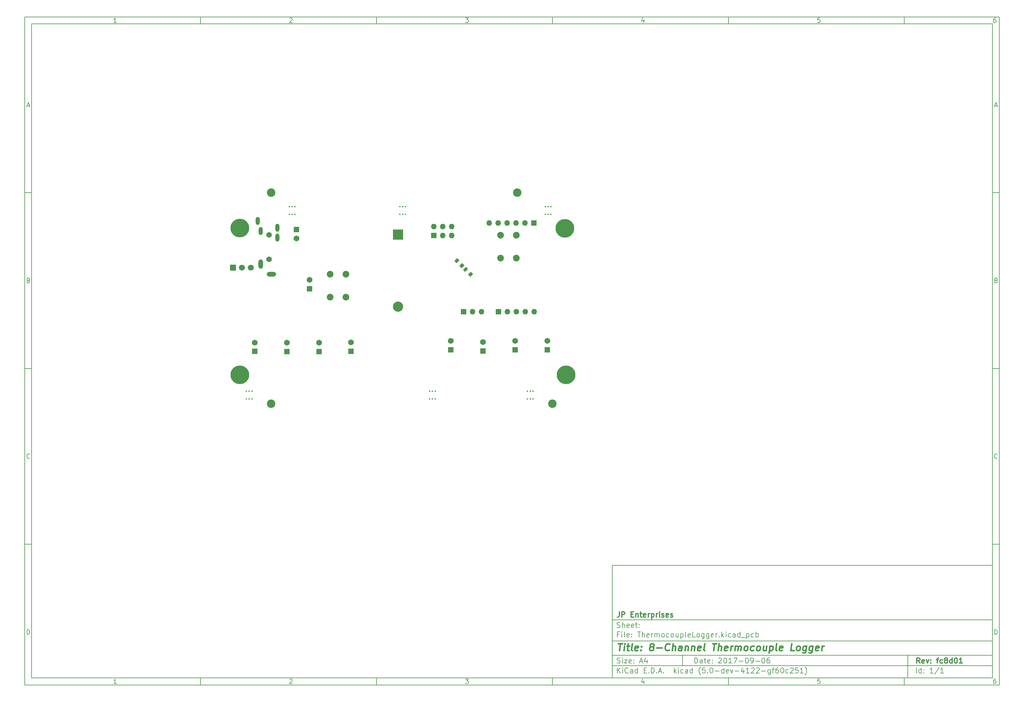
<source format=gbs>
%TF.GenerationSoftware,KiCad,Pcbnew,(5.0-dev-4122-gf60c251)*%
%TF.CreationDate,2018-08-13T09:47:59+01:00*%
%TF.ProjectId,ThermocoupleLogger,546865726D6F636F75706C654C6F6767,fc8d01*%
%TF.SameCoordinates,Original*%
%TF.FileFunction,Soldermask,Bot*%
%TF.FilePolarity,Negative*%
%FSLAX46Y46*%
G04 Gerber Fmt 4.6, Leading zero omitted, Abs format (unit mm)*
G04 Created by KiCad (PCBNEW (5.0-dev-4122-gf60c251)) date Monday, 13 August 2018 at 09:47:59*
%MOMM*%
%LPD*%
G01*
G04 APERTURE LIST*
%ADD10C,0.100000*%
%ADD11C,0.150000*%
%ADD12C,0.300000*%
%ADD13C,0.400000*%
%ADD14C,1.598400*%
%ADD15O,2.698400X1.298400*%
%ADD16O,1.298400X2.698400*%
%ADD17O,1.106400X2.314400*%
%ADD18C,1.898400*%
%ADD19C,0.698400*%
%ADD20C,5.298400*%
%ADD21R,1.648400X1.648400*%
%ADD22C,1.648400*%
%ADD23C,1.698400*%
%ADD24R,1.698400X1.698400*%
%ADD25C,0.398400*%
%ADD26C,2.398400*%
%ADD27O,1.598400X1.598400*%
%ADD28R,1.598400X1.598400*%
%ADD29R,2.898400X2.898400*%
%ADD30C,2.898400*%
%ADD31C,0.898400*%
G04 APERTURE END LIST*
D10*
D11*
X177002200Y-166007200D02*
X177002200Y-198007200D01*
X285002200Y-198007200D01*
X285002200Y-166007200D01*
X177002200Y-166007200D01*
D10*
D11*
X10000000Y-10000000D02*
X10000000Y-200007200D01*
X287002200Y-200007200D01*
X287002200Y-10000000D01*
X10000000Y-10000000D01*
D10*
D11*
X12000000Y-12000000D02*
X12000000Y-198007200D01*
X285002200Y-198007200D01*
X285002200Y-12000000D01*
X12000000Y-12000000D01*
D10*
D11*
X60000000Y-12000000D02*
X60000000Y-10000000D01*
D10*
D11*
X110000000Y-12000000D02*
X110000000Y-10000000D01*
D10*
D11*
X160000000Y-12000000D02*
X160000000Y-10000000D01*
D10*
D11*
X210000000Y-12000000D02*
X210000000Y-10000000D01*
D10*
D11*
X260000000Y-12000000D02*
X260000000Y-10000000D01*
D10*
D11*
X36065476Y-11588095D02*
X35322619Y-11588095D01*
X35694047Y-11588095D02*
X35694047Y-10288095D01*
X35570238Y-10473809D01*
X35446428Y-10597619D01*
X35322619Y-10659523D01*
D10*
D11*
X85322619Y-10411904D02*
X85384523Y-10350000D01*
X85508333Y-10288095D01*
X85817857Y-10288095D01*
X85941666Y-10350000D01*
X86003571Y-10411904D01*
X86065476Y-10535714D01*
X86065476Y-10659523D01*
X86003571Y-10845238D01*
X85260714Y-11588095D01*
X86065476Y-11588095D01*
D10*
D11*
X135260714Y-10288095D02*
X136065476Y-10288095D01*
X135632142Y-10783333D01*
X135817857Y-10783333D01*
X135941666Y-10845238D01*
X136003571Y-10907142D01*
X136065476Y-11030952D01*
X136065476Y-11340476D01*
X136003571Y-11464285D01*
X135941666Y-11526190D01*
X135817857Y-11588095D01*
X135446428Y-11588095D01*
X135322619Y-11526190D01*
X135260714Y-11464285D01*
D10*
D11*
X185941666Y-10721428D02*
X185941666Y-11588095D01*
X185632142Y-10226190D02*
X185322619Y-11154761D01*
X186127380Y-11154761D01*
D10*
D11*
X236003571Y-10288095D02*
X235384523Y-10288095D01*
X235322619Y-10907142D01*
X235384523Y-10845238D01*
X235508333Y-10783333D01*
X235817857Y-10783333D01*
X235941666Y-10845238D01*
X236003571Y-10907142D01*
X236065476Y-11030952D01*
X236065476Y-11340476D01*
X236003571Y-11464285D01*
X235941666Y-11526190D01*
X235817857Y-11588095D01*
X235508333Y-11588095D01*
X235384523Y-11526190D01*
X235322619Y-11464285D01*
D10*
D11*
X285941666Y-10288095D02*
X285694047Y-10288095D01*
X285570238Y-10350000D01*
X285508333Y-10411904D01*
X285384523Y-10597619D01*
X285322619Y-10845238D01*
X285322619Y-11340476D01*
X285384523Y-11464285D01*
X285446428Y-11526190D01*
X285570238Y-11588095D01*
X285817857Y-11588095D01*
X285941666Y-11526190D01*
X286003571Y-11464285D01*
X286065476Y-11340476D01*
X286065476Y-11030952D01*
X286003571Y-10907142D01*
X285941666Y-10845238D01*
X285817857Y-10783333D01*
X285570238Y-10783333D01*
X285446428Y-10845238D01*
X285384523Y-10907142D01*
X285322619Y-11030952D01*
D10*
D11*
X60000000Y-198007200D02*
X60000000Y-200007200D01*
D10*
D11*
X110000000Y-198007200D02*
X110000000Y-200007200D01*
D10*
D11*
X160000000Y-198007200D02*
X160000000Y-200007200D01*
D10*
D11*
X210000000Y-198007200D02*
X210000000Y-200007200D01*
D10*
D11*
X260000000Y-198007200D02*
X260000000Y-200007200D01*
D10*
D11*
X36065476Y-199595295D02*
X35322619Y-199595295D01*
X35694047Y-199595295D02*
X35694047Y-198295295D01*
X35570238Y-198481009D01*
X35446428Y-198604819D01*
X35322619Y-198666723D01*
D10*
D11*
X85322619Y-198419104D02*
X85384523Y-198357200D01*
X85508333Y-198295295D01*
X85817857Y-198295295D01*
X85941666Y-198357200D01*
X86003571Y-198419104D01*
X86065476Y-198542914D01*
X86065476Y-198666723D01*
X86003571Y-198852438D01*
X85260714Y-199595295D01*
X86065476Y-199595295D01*
D10*
D11*
X135260714Y-198295295D02*
X136065476Y-198295295D01*
X135632142Y-198790533D01*
X135817857Y-198790533D01*
X135941666Y-198852438D01*
X136003571Y-198914342D01*
X136065476Y-199038152D01*
X136065476Y-199347676D01*
X136003571Y-199471485D01*
X135941666Y-199533390D01*
X135817857Y-199595295D01*
X135446428Y-199595295D01*
X135322619Y-199533390D01*
X135260714Y-199471485D01*
D10*
D11*
X185941666Y-198728628D02*
X185941666Y-199595295D01*
X185632142Y-198233390D02*
X185322619Y-199161961D01*
X186127380Y-199161961D01*
D10*
D11*
X236003571Y-198295295D02*
X235384523Y-198295295D01*
X235322619Y-198914342D01*
X235384523Y-198852438D01*
X235508333Y-198790533D01*
X235817857Y-198790533D01*
X235941666Y-198852438D01*
X236003571Y-198914342D01*
X236065476Y-199038152D01*
X236065476Y-199347676D01*
X236003571Y-199471485D01*
X235941666Y-199533390D01*
X235817857Y-199595295D01*
X235508333Y-199595295D01*
X235384523Y-199533390D01*
X235322619Y-199471485D01*
D10*
D11*
X285941666Y-198295295D02*
X285694047Y-198295295D01*
X285570238Y-198357200D01*
X285508333Y-198419104D01*
X285384523Y-198604819D01*
X285322619Y-198852438D01*
X285322619Y-199347676D01*
X285384523Y-199471485D01*
X285446428Y-199533390D01*
X285570238Y-199595295D01*
X285817857Y-199595295D01*
X285941666Y-199533390D01*
X286003571Y-199471485D01*
X286065476Y-199347676D01*
X286065476Y-199038152D01*
X286003571Y-198914342D01*
X285941666Y-198852438D01*
X285817857Y-198790533D01*
X285570238Y-198790533D01*
X285446428Y-198852438D01*
X285384523Y-198914342D01*
X285322619Y-199038152D01*
D10*
D11*
X10000000Y-60000000D02*
X12000000Y-60000000D01*
D10*
D11*
X10000000Y-110000000D02*
X12000000Y-110000000D01*
D10*
D11*
X10000000Y-160000000D02*
X12000000Y-160000000D01*
D10*
D11*
X10690476Y-35216666D02*
X11309523Y-35216666D01*
X10566666Y-35588095D02*
X11000000Y-34288095D01*
X11433333Y-35588095D01*
D10*
D11*
X11092857Y-84907142D02*
X11278571Y-84969047D01*
X11340476Y-85030952D01*
X11402380Y-85154761D01*
X11402380Y-85340476D01*
X11340476Y-85464285D01*
X11278571Y-85526190D01*
X11154761Y-85588095D01*
X10659523Y-85588095D01*
X10659523Y-84288095D01*
X11092857Y-84288095D01*
X11216666Y-84350000D01*
X11278571Y-84411904D01*
X11340476Y-84535714D01*
X11340476Y-84659523D01*
X11278571Y-84783333D01*
X11216666Y-84845238D01*
X11092857Y-84907142D01*
X10659523Y-84907142D01*
D10*
D11*
X11402380Y-135464285D02*
X11340476Y-135526190D01*
X11154761Y-135588095D01*
X11030952Y-135588095D01*
X10845238Y-135526190D01*
X10721428Y-135402380D01*
X10659523Y-135278571D01*
X10597619Y-135030952D01*
X10597619Y-134845238D01*
X10659523Y-134597619D01*
X10721428Y-134473809D01*
X10845238Y-134350000D01*
X11030952Y-134288095D01*
X11154761Y-134288095D01*
X11340476Y-134350000D01*
X11402380Y-134411904D01*
D10*
D11*
X10659523Y-185588095D02*
X10659523Y-184288095D01*
X10969047Y-184288095D01*
X11154761Y-184350000D01*
X11278571Y-184473809D01*
X11340476Y-184597619D01*
X11402380Y-184845238D01*
X11402380Y-185030952D01*
X11340476Y-185278571D01*
X11278571Y-185402380D01*
X11154761Y-185526190D01*
X10969047Y-185588095D01*
X10659523Y-185588095D01*
D10*
D11*
X287002200Y-60000000D02*
X285002200Y-60000000D01*
D10*
D11*
X287002200Y-110000000D02*
X285002200Y-110000000D01*
D10*
D11*
X287002200Y-160000000D02*
X285002200Y-160000000D01*
D10*
D11*
X285692676Y-35216666D02*
X286311723Y-35216666D01*
X285568866Y-35588095D02*
X286002200Y-34288095D01*
X286435533Y-35588095D01*
D10*
D11*
X286095057Y-84907142D02*
X286280771Y-84969047D01*
X286342676Y-85030952D01*
X286404580Y-85154761D01*
X286404580Y-85340476D01*
X286342676Y-85464285D01*
X286280771Y-85526190D01*
X286156961Y-85588095D01*
X285661723Y-85588095D01*
X285661723Y-84288095D01*
X286095057Y-84288095D01*
X286218866Y-84350000D01*
X286280771Y-84411904D01*
X286342676Y-84535714D01*
X286342676Y-84659523D01*
X286280771Y-84783333D01*
X286218866Y-84845238D01*
X286095057Y-84907142D01*
X285661723Y-84907142D01*
D10*
D11*
X286404580Y-135464285D02*
X286342676Y-135526190D01*
X286156961Y-135588095D01*
X286033152Y-135588095D01*
X285847438Y-135526190D01*
X285723628Y-135402380D01*
X285661723Y-135278571D01*
X285599819Y-135030952D01*
X285599819Y-134845238D01*
X285661723Y-134597619D01*
X285723628Y-134473809D01*
X285847438Y-134350000D01*
X286033152Y-134288095D01*
X286156961Y-134288095D01*
X286342676Y-134350000D01*
X286404580Y-134411904D01*
D10*
D11*
X285661723Y-185588095D02*
X285661723Y-184288095D01*
X285971247Y-184288095D01*
X286156961Y-184350000D01*
X286280771Y-184473809D01*
X286342676Y-184597619D01*
X286404580Y-184845238D01*
X286404580Y-185030952D01*
X286342676Y-185278571D01*
X286280771Y-185402380D01*
X286156961Y-185526190D01*
X285971247Y-185588095D01*
X285661723Y-185588095D01*
D10*
D11*
X200434342Y-193785771D02*
X200434342Y-192285771D01*
X200791485Y-192285771D01*
X201005771Y-192357200D01*
X201148628Y-192500057D01*
X201220057Y-192642914D01*
X201291485Y-192928628D01*
X201291485Y-193142914D01*
X201220057Y-193428628D01*
X201148628Y-193571485D01*
X201005771Y-193714342D01*
X200791485Y-193785771D01*
X200434342Y-193785771D01*
X202577200Y-193785771D02*
X202577200Y-193000057D01*
X202505771Y-192857200D01*
X202362914Y-192785771D01*
X202077200Y-192785771D01*
X201934342Y-192857200D01*
X202577200Y-193714342D02*
X202434342Y-193785771D01*
X202077200Y-193785771D01*
X201934342Y-193714342D01*
X201862914Y-193571485D01*
X201862914Y-193428628D01*
X201934342Y-193285771D01*
X202077200Y-193214342D01*
X202434342Y-193214342D01*
X202577200Y-193142914D01*
X203077200Y-192785771D02*
X203648628Y-192785771D01*
X203291485Y-192285771D02*
X203291485Y-193571485D01*
X203362914Y-193714342D01*
X203505771Y-193785771D01*
X203648628Y-193785771D01*
X204720057Y-193714342D02*
X204577200Y-193785771D01*
X204291485Y-193785771D01*
X204148628Y-193714342D01*
X204077200Y-193571485D01*
X204077200Y-193000057D01*
X204148628Y-192857200D01*
X204291485Y-192785771D01*
X204577200Y-192785771D01*
X204720057Y-192857200D01*
X204791485Y-193000057D01*
X204791485Y-193142914D01*
X204077200Y-193285771D01*
X205434342Y-193642914D02*
X205505771Y-193714342D01*
X205434342Y-193785771D01*
X205362914Y-193714342D01*
X205434342Y-193642914D01*
X205434342Y-193785771D01*
X205434342Y-192857200D02*
X205505771Y-192928628D01*
X205434342Y-193000057D01*
X205362914Y-192928628D01*
X205434342Y-192857200D01*
X205434342Y-193000057D01*
X207220057Y-192428628D02*
X207291485Y-192357200D01*
X207434342Y-192285771D01*
X207791485Y-192285771D01*
X207934342Y-192357200D01*
X208005771Y-192428628D01*
X208077200Y-192571485D01*
X208077200Y-192714342D01*
X208005771Y-192928628D01*
X207148628Y-193785771D01*
X208077200Y-193785771D01*
X209005771Y-192285771D02*
X209148628Y-192285771D01*
X209291485Y-192357200D01*
X209362914Y-192428628D01*
X209434342Y-192571485D01*
X209505771Y-192857200D01*
X209505771Y-193214342D01*
X209434342Y-193500057D01*
X209362914Y-193642914D01*
X209291485Y-193714342D01*
X209148628Y-193785771D01*
X209005771Y-193785771D01*
X208862914Y-193714342D01*
X208791485Y-193642914D01*
X208720057Y-193500057D01*
X208648628Y-193214342D01*
X208648628Y-192857200D01*
X208720057Y-192571485D01*
X208791485Y-192428628D01*
X208862914Y-192357200D01*
X209005771Y-192285771D01*
X210934342Y-193785771D02*
X210077200Y-193785771D01*
X210505771Y-193785771D02*
X210505771Y-192285771D01*
X210362914Y-192500057D01*
X210220057Y-192642914D01*
X210077200Y-192714342D01*
X211434342Y-192285771D02*
X212434342Y-192285771D01*
X211791485Y-193785771D01*
X213005771Y-193214342D02*
X214148628Y-193214342D01*
X215148628Y-192285771D02*
X215291485Y-192285771D01*
X215434342Y-192357200D01*
X215505771Y-192428628D01*
X215577200Y-192571485D01*
X215648628Y-192857200D01*
X215648628Y-193214342D01*
X215577200Y-193500057D01*
X215505771Y-193642914D01*
X215434342Y-193714342D01*
X215291485Y-193785771D01*
X215148628Y-193785771D01*
X215005771Y-193714342D01*
X214934342Y-193642914D01*
X214862914Y-193500057D01*
X214791485Y-193214342D01*
X214791485Y-192857200D01*
X214862914Y-192571485D01*
X214934342Y-192428628D01*
X215005771Y-192357200D01*
X215148628Y-192285771D01*
X216362914Y-193785771D02*
X216648628Y-193785771D01*
X216791485Y-193714342D01*
X216862914Y-193642914D01*
X217005771Y-193428628D01*
X217077200Y-193142914D01*
X217077200Y-192571485D01*
X217005771Y-192428628D01*
X216934342Y-192357200D01*
X216791485Y-192285771D01*
X216505771Y-192285771D01*
X216362914Y-192357200D01*
X216291485Y-192428628D01*
X216220057Y-192571485D01*
X216220057Y-192928628D01*
X216291485Y-193071485D01*
X216362914Y-193142914D01*
X216505771Y-193214342D01*
X216791485Y-193214342D01*
X216934342Y-193142914D01*
X217005771Y-193071485D01*
X217077200Y-192928628D01*
X217720057Y-193214342D02*
X218862914Y-193214342D01*
X219862914Y-192285771D02*
X220005771Y-192285771D01*
X220148628Y-192357200D01*
X220220057Y-192428628D01*
X220291485Y-192571485D01*
X220362914Y-192857200D01*
X220362914Y-193214342D01*
X220291485Y-193500057D01*
X220220057Y-193642914D01*
X220148628Y-193714342D01*
X220005771Y-193785771D01*
X219862914Y-193785771D01*
X219720057Y-193714342D01*
X219648628Y-193642914D01*
X219577200Y-193500057D01*
X219505771Y-193214342D01*
X219505771Y-192857200D01*
X219577200Y-192571485D01*
X219648628Y-192428628D01*
X219720057Y-192357200D01*
X219862914Y-192285771D01*
X221648628Y-192285771D02*
X221362914Y-192285771D01*
X221220057Y-192357200D01*
X221148628Y-192428628D01*
X221005771Y-192642914D01*
X220934342Y-192928628D01*
X220934342Y-193500057D01*
X221005771Y-193642914D01*
X221077200Y-193714342D01*
X221220057Y-193785771D01*
X221505771Y-193785771D01*
X221648628Y-193714342D01*
X221720057Y-193642914D01*
X221791485Y-193500057D01*
X221791485Y-193142914D01*
X221720057Y-193000057D01*
X221648628Y-192928628D01*
X221505771Y-192857200D01*
X221220057Y-192857200D01*
X221077200Y-192928628D01*
X221005771Y-193000057D01*
X220934342Y-193142914D01*
D10*
D11*
X177002200Y-194507200D02*
X285002200Y-194507200D01*
D10*
D11*
X178434342Y-196585771D02*
X178434342Y-195085771D01*
X179291485Y-196585771D02*
X178648628Y-195728628D01*
X179291485Y-195085771D02*
X178434342Y-195942914D01*
X179934342Y-196585771D02*
X179934342Y-195585771D01*
X179934342Y-195085771D02*
X179862914Y-195157200D01*
X179934342Y-195228628D01*
X180005771Y-195157200D01*
X179934342Y-195085771D01*
X179934342Y-195228628D01*
X181505771Y-196442914D02*
X181434342Y-196514342D01*
X181220057Y-196585771D01*
X181077200Y-196585771D01*
X180862914Y-196514342D01*
X180720057Y-196371485D01*
X180648628Y-196228628D01*
X180577200Y-195942914D01*
X180577200Y-195728628D01*
X180648628Y-195442914D01*
X180720057Y-195300057D01*
X180862914Y-195157200D01*
X181077200Y-195085771D01*
X181220057Y-195085771D01*
X181434342Y-195157200D01*
X181505771Y-195228628D01*
X182791485Y-196585771D02*
X182791485Y-195800057D01*
X182720057Y-195657200D01*
X182577200Y-195585771D01*
X182291485Y-195585771D01*
X182148628Y-195657200D01*
X182791485Y-196514342D02*
X182648628Y-196585771D01*
X182291485Y-196585771D01*
X182148628Y-196514342D01*
X182077200Y-196371485D01*
X182077200Y-196228628D01*
X182148628Y-196085771D01*
X182291485Y-196014342D01*
X182648628Y-196014342D01*
X182791485Y-195942914D01*
X184148628Y-196585771D02*
X184148628Y-195085771D01*
X184148628Y-196514342D02*
X184005771Y-196585771D01*
X183720057Y-196585771D01*
X183577200Y-196514342D01*
X183505771Y-196442914D01*
X183434342Y-196300057D01*
X183434342Y-195871485D01*
X183505771Y-195728628D01*
X183577200Y-195657200D01*
X183720057Y-195585771D01*
X184005771Y-195585771D01*
X184148628Y-195657200D01*
X186005771Y-195800057D02*
X186505771Y-195800057D01*
X186720057Y-196585771D02*
X186005771Y-196585771D01*
X186005771Y-195085771D01*
X186720057Y-195085771D01*
X187362914Y-196442914D02*
X187434342Y-196514342D01*
X187362914Y-196585771D01*
X187291485Y-196514342D01*
X187362914Y-196442914D01*
X187362914Y-196585771D01*
X188077200Y-196585771D02*
X188077200Y-195085771D01*
X188434342Y-195085771D01*
X188648628Y-195157200D01*
X188791485Y-195300057D01*
X188862914Y-195442914D01*
X188934342Y-195728628D01*
X188934342Y-195942914D01*
X188862914Y-196228628D01*
X188791485Y-196371485D01*
X188648628Y-196514342D01*
X188434342Y-196585771D01*
X188077200Y-196585771D01*
X189577200Y-196442914D02*
X189648628Y-196514342D01*
X189577200Y-196585771D01*
X189505771Y-196514342D01*
X189577200Y-196442914D01*
X189577200Y-196585771D01*
X190220057Y-196157200D02*
X190934342Y-196157200D01*
X190077200Y-196585771D02*
X190577200Y-195085771D01*
X191077200Y-196585771D01*
X191577200Y-196442914D02*
X191648628Y-196514342D01*
X191577200Y-196585771D01*
X191505771Y-196514342D01*
X191577200Y-196442914D01*
X191577200Y-196585771D01*
X194577200Y-196585771D02*
X194577200Y-195085771D01*
X194720057Y-196014342D02*
X195148628Y-196585771D01*
X195148628Y-195585771D02*
X194577200Y-196157200D01*
X195791485Y-196585771D02*
X195791485Y-195585771D01*
X195791485Y-195085771D02*
X195720057Y-195157200D01*
X195791485Y-195228628D01*
X195862914Y-195157200D01*
X195791485Y-195085771D01*
X195791485Y-195228628D01*
X197148628Y-196514342D02*
X197005771Y-196585771D01*
X196720057Y-196585771D01*
X196577200Y-196514342D01*
X196505771Y-196442914D01*
X196434342Y-196300057D01*
X196434342Y-195871485D01*
X196505771Y-195728628D01*
X196577200Y-195657200D01*
X196720057Y-195585771D01*
X197005771Y-195585771D01*
X197148628Y-195657200D01*
X198434342Y-196585771D02*
X198434342Y-195800057D01*
X198362914Y-195657200D01*
X198220057Y-195585771D01*
X197934342Y-195585771D01*
X197791485Y-195657200D01*
X198434342Y-196514342D02*
X198291485Y-196585771D01*
X197934342Y-196585771D01*
X197791485Y-196514342D01*
X197720057Y-196371485D01*
X197720057Y-196228628D01*
X197791485Y-196085771D01*
X197934342Y-196014342D01*
X198291485Y-196014342D01*
X198434342Y-195942914D01*
X199791485Y-196585771D02*
X199791485Y-195085771D01*
X199791485Y-196514342D02*
X199648628Y-196585771D01*
X199362914Y-196585771D01*
X199220057Y-196514342D01*
X199148628Y-196442914D01*
X199077200Y-196300057D01*
X199077200Y-195871485D01*
X199148628Y-195728628D01*
X199220057Y-195657200D01*
X199362914Y-195585771D01*
X199648628Y-195585771D01*
X199791485Y-195657200D01*
X202077200Y-197157200D02*
X202005771Y-197085771D01*
X201862914Y-196871485D01*
X201791485Y-196728628D01*
X201720057Y-196514342D01*
X201648628Y-196157200D01*
X201648628Y-195871485D01*
X201720057Y-195514342D01*
X201791485Y-195300057D01*
X201862914Y-195157200D01*
X202005771Y-194942914D01*
X202077200Y-194871485D01*
X203362914Y-195085771D02*
X202648628Y-195085771D01*
X202577200Y-195800057D01*
X202648628Y-195728628D01*
X202791485Y-195657200D01*
X203148628Y-195657200D01*
X203291485Y-195728628D01*
X203362914Y-195800057D01*
X203434342Y-195942914D01*
X203434342Y-196300057D01*
X203362914Y-196442914D01*
X203291485Y-196514342D01*
X203148628Y-196585771D01*
X202791485Y-196585771D01*
X202648628Y-196514342D01*
X202577200Y-196442914D01*
X204077200Y-196442914D02*
X204148628Y-196514342D01*
X204077200Y-196585771D01*
X204005771Y-196514342D01*
X204077200Y-196442914D01*
X204077200Y-196585771D01*
X205077200Y-195085771D02*
X205220057Y-195085771D01*
X205362914Y-195157200D01*
X205434342Y-195228628D01*
X205505771Y-195371485D01*
X205577200Y-195657200D01*
X205577200Y-196014342D01*
X205505771Y-196300057D01*
X205434342Y-196442914D01*
X205362914Y-196514342D01*
X205220057Y-196585771D01*
X205077200Y-196585771D01*
X204934342Y-196514342D01*
X204862914Y-196442914D01*
X204791485Y-196300057D01*
X204720057Y-196014342D01*
X204720057Y-195657200D01*
X204791485Y-195371485D01*
X204862914Y-195228628D01*
X204934342Y-195157200D01*
X205077200Y-195085771D01*
X206220057Y-196014342D02*
X207362914Y-196014342D01*
X208720057Y-196585771D02*
X208720057Y-195085771D01*
X208720057Y-196514342D02*
X208577200Y-196585771D01*
X208291485Y-196585771D01*
X208148628Y-196514342D01*
X208077200Y-196442914D01*
X208005771Y-196300057D01*
X208005771Y-195871485D01*
X208077200Y-195728628D01*
X208148628Y-195657200D01*
X208291485Y-195585771D01*
X208577200Y-195585771D01*
X208720057Y-195657200D01*
X210005771Y-196514342D02*
X209862914Y-196585771D01*
X209577200Y-196585771D01*
X209434342Y-196514342D01*
X209362914Y-196371485D01*
X209362914Y-195800057D01*
X209434342Y-195657200D01*
X209577200Y-195585771D01*
X209862914Y-195585771D01*
X210005771Y-195657200D01*
X210077200Y-195800057D01*
X210077200Y-195942914D01*
X209362914Y-196085771D01*
X210577200Y-195585771D02*
X210934342Y-196585771D01*
X211291485Y-195585771D01*
X211862914Y-196014342D02*
X213005771Y-196014342D01*
X214362914Y-195585771D02*
X214362914Y-196585771D01*
X214005771Y-195014342D02*
X213648628Y-196085771D01*
X214577200Y-196085771D01*
X215934342Y-196585771D02*
X215077200Y-196585771D01*
X215505771Y-196585771D02*
X215505771Y-195085771D01*
X215362914Y-195300057D01*
X215220057Y-195442914D01*
X215077200Y-195514342D01*
X216505771Y-195228628D02*
X216577200Y-195157200D01*
X216720057Y-195085771D01*
X217077200Y-195085771D01*
X217220057Y-195157200D01*
X217291485Y-195228628D01*
X217362914Y-195371485D01*
X217362914Y-195514342D01*
X217291485Y-195728628D01*
X216434342Y-196585771D01*
X217362914Y-196585771D01*
X217934342Y-195228628D02*
X218005771Y-195157200D01*
X218148628Y-195085771D01*
X218505771Y-195085771D01*
X218648628Y-195157200D01*
X218720057Y-195228628D01*
X218791485Y-195371485D01*
X218791485Y-195514342D01*
X218720057Y-195728628D01*
X217862914Y-196585771D01*
X218791485Y-196585771D01*
X219434342Y-196014342D02*
X220577200Y-196014342D01*
X221934342Y-195585771D02*
X221934342Y-196800057D01*
X221862914Y-196942914D01*
X221791485Y-197014342D01*
X221648628Y-197085771D01*
X221434342Y-197085771D01*
X221291485Y-197014342D01*
X221934342Y-196514342D02*
X221791485Y-196585771D01*
X221505771Y-196585771D01*
X221362914Y-196514342D01*
X221291485Y-196442914D01*
X221220057Y-196300057D01*
X221220057Y-195871485D01*
X221291485Y-195728628D01*
X221362914Y-195657200D01*
X221505771Y-195585771D01*
X221791485Y-195585771D01*
X221934342Y-195657200D01*
X222434342Y-195585771D02*
X223005771Y-195585771D01*
X222648628Y-196585771D02*
X222648628Y-195300057D01*
X222720057Y-195157200D01*
X222862914Y-195085771D01*
X223005771Y-195085771D01*
X224148628Y-195085771D02*
X223862914Y-195085771D01*
X223720057Y-195157200D01*
X223648628Y-195228628D01*
X223505771Y-195442914D01*
X223434342Y-195728628D01*
X223434342Y-196300057D01*
X223505771Y-196442914D01*
X223577200Y-196514342D01*
X223720057Y-196585771D01*
X224005771Y-196585771D01*
X224148628Y-196514342D01*
X224220057Y-196442914D01*
X224291485Y-196300057D01*
X224291485Y-195942914D01*
X224220057Y-195800057D01*
X224148628Y-195728628D01*
X224005771Y-195657200D01*
X223720057Y-195657200D01*
X223577200Y-195728628D01*
X223505771Y-195800057D01*
X223434342Y-195942914D01*
X225220057Y-195085771D02*
X225362914Y-195085771D01*
X225505771Y-195157200D01*
X225577200Y-195228628D01*
X225648628Y-195371485D01*
X225720057Y-195657200D01*
X225720057Y-196014342D01*
X225648628Y-196300057D01*
X225577200Y-196442914D01*
X225505771Y-196514342D01*
X225362914Y-196585771D01*
X225220057Y-196585771D01*
X225077200Y-196514342D01*
X225005771Y-196442914D01*
X224934342Y-196300057D01*
X224862914Y-196014342D01*
X224862914Y-195657200D01*
X224934342Y-195371485D01*
X225005771Y-195228628D01*
X225077200Y-195157200D01*
X225220057Y-195085771D01*
X227005771Y-196514342D02*
X226862914Y-196585771D01*
X226577200Y-196585771D01*
X226434342Y-196514342D01*
X226362914Y-196442914D01*
X226291485Y-196300057D01*
X226291485Y-195871485D01*
X226362914Y-195728628D01*
X226434342Y-195657200D01*
X226577200Y-195585771D01*
X226862914Y-195585771D01*
X227005771Y-195657200D01*
X227577199Y-195228628D02*
X227648628Y-195157200D01*
X227791485Y-195085771D01*
X228148628Y-195085771D01*
X228291485Y-195157200D01*
X228362914Y-195228628D01*
X228434342Y-195371485D01*
X228434342Y-195514342D01*
X228362914Y-195728628D01*
X227505771Y-196585771D01*
X228434342Y-196585771D01*
X229791485Y-195085771D02*
X229077199Y-195085771D01*
X229005771Y-195800057D01*
X229077199Y-195728628D01*
X229220057Y-195657200D01*
X229577199Y-195657200D01*
X229720057Y-195728628D01*
X229791485Y-195800057D01*
X229862914Y-195942914D01*
X229862914Y-196300057D01*
X229791485Y-196442914D01*
X229720057Y-196514342D01*
X229577199Y-196585771D01*
X229220057Y-196585771D01*
X229077199Y-196514342D01*
X229005771Y-196442914D01*
X231291485Y-196585771D02*
X230434342Y-196585771D01*
X230862914Y-196585771D02*
X230862914Y-195085771D01*
X230720057Y-195300057D01*
X230577199Y-195442914D01*
X230434342Y-195514342D01*
X231791485Y-197157200D02*
X231862914Y-197085771D01*
X232005771Y-196871485D01*
X232077199Y-196728628D01*
X232148628Y-196514342D01*
X232220057Y-196157200D01*
X232220057Y-195871485D01*
X232148628Y-195514342D01*
X232077199Y-195300057D01*
X232005771Y-195157200D01*
X231862914Y-194942914D01*
X231791485Y-194871485D01*
D10*
D11*
X177002200Y-191507200D02*
X285002200Y-191507200D01*
D10*
D12*
X264411485Y-193785771D02*
X263911485Y-193071485D01*
X263554342Y-193785771D02*
X263554342Y-192285771D01*
X264125771Y-192285771D01*
X264268628Y-192357200D01*
X264340057Y-192428628D01*
X264411485Y-192571485D01*
X264411485Y-192785771D01*
X264340057Y-192928628D01*
X264268628Y-193000057D01*
X264125771Y-193071485D01*
X263554342Y-193071485D01*
X265625771Y-193714342D02*
X265482914Y-193785771D01*
X265197200Y-193785771D01*
X265054342Y-193714342D01*
X264982914Y-193571485D01*
X264982914Y-193000057D01*
X265054342Y-192857200D01*
X265197200Y-192785771D01*
X265482914Y-192785771D01*
X265625771Y-192857200D01*
X265697200Y-193000057D01*
X265697200Y-193142914D01*
X264982914Y-193285771D01*
X266197200Y-192785771D02*
X266554342Y-193785771D01*
X266911485Y-192785771D01*
X267482914Y-193642914D02*
X267554342Y-193714342D01*
X267482914Y-193785771D01*
X267411485Y-193714342D01*
X267482914Y-193642914D01*
X267482914Y-193785771D01*
X267482914Y-192857200D02*
X267554342Y-192928628D01*
X267482914Y-193000057D01*
X267411485Y-192928628D01*
X267482914Y-192857200D01*
X267482914Y-193000057D01*
X269125771Y-192785771D02*
X269697200Y-192785771D01*
X269340057Y-193785771D02*
X269340057Y-192500057D01*
X269411485Y-192357200D01*
X269554342Y-192285771D01*
X269697200Y-192285771D01*
X270840057Y-193714342D02*
X270697200Y-193785771D01*
X270411485Y-193785771D01*
X270268628Y-193714342D01*
X270197200Y-193642914D01*
X270125771Y-193500057D01*
X270125771Y-193071485D01*
X270197200Y-192928628D01*
X270268628Y-192857200D01*
X270411485Y-192785771D01*
X270697200Y-192785771D01*
X270840057Y-192857200D01*
X271697200Y-192928628D02*
X271554342Y-192857200D01*
X271482914Y-192785771D01*
X271411485Y-192642914D01*
X271411485Y-192571485D01*
X271482914Y-192428628D01*
X271554342Y-192357200D01*
X271697200Y-192285771D01*
X271982914Y-192285771D01*
X272125771Y-192357200D01*
X272197200Y-192428628D01*
X272268628Y-192571485D01*
X272268628Y-192642914D01*
X272197200Y-192785771D01*
X272125771Y-192857200D01*
X271982914Y-192928628D01*
X271697200Y-192928628D01*
X271554342Y-193000057D01*
X271482914Y-193071485D01*
X271411485Y-193214342D01*
X271411485Y-193500057D01*
X271482914Y-193642914D01*
X271554342Y-193714342D01*
X271697200Y-193785771D01*
X271982914Y-193785771D01*
X272125771Y-193714342D01*
X272197200Y-193642914D01*
X272268628Y-193500057D01*
X272268628Y-193214342D01*
X272197200Y-193071485D01*
X272125771Y-193000057D01*
X271982914Y-192928628D01*
X273554342Y-193785771D02*
X273554342Y-192285771D01*
X273554342Y-193714342D02*
X273411485Y-193785771D01*
X273125771Y-193785771D01*
X272982914Y-193714342D01*
X272911485Y-193642914D01*
X272840057Y-193500057D01*
X272840057Y-193071485D01*
X272911485Y-192928628D01*
X272982914Y-192857200D01*
X273125771Y-192785771D01*
X273411485Y-192785771D01*
X273554342Y-192857200D01*
X274554342Y-192285771D02*
X274697200Y-192285771D01*
X274840057Y-192357200D01*
X274911485Y-192428628D01*
X274982914Y-192571485D01*
X275054342Y-192857200D01*
X275054342Y-193214342D01*
X274982914Y-193500057D01*
X274911485Y-193642914D01*
X274840057Y-193714342D01*
X274697200Y-193785771D01*
X274554342Y-193785771D01*
X274411485Y-193714342D01*
X274340057Y-193642914D01*
X274268628Y-193500057D01*
X274197200Y-193214342D01*
X274197200Y-192857200D01*
X274268628Y-192571485D01*
X274340057Y-192428628D01*
X274411485Y-192357200D01*
X274554342Y-192285771D01*
X276482914Y-193785771D02*
X275625771Y-193785771D01*
X276054342Y-193785771D02*
X276054342Y-192285771D01*
X275911485Y-192500057D01*
X275768628Y-192642914D01*
X275625771Y-192714342D01*
D10*
D11*
X178362914Y-193714342D02*
X178577200Y-193785771D01*
X178934342Y-193785771D01*
X179077200Y-193714342D01*
X179148628Y-193642914D01*
X179220057Y-193500057D01*
X179220057Y-193357200D01*
X179148628Y-193214342D01*
X179077200Y-193142914D01*
X178934342Y-193071485D01*
X178648628Y-193000057D01*
X178505771Y-192928628D01*
X178434342Y-192857200D01*
X178362914Y-192714342D01*
X178362914Y-192571485D01*
X178434342Y-192428628D01*
X178505771Y-192357200D01*
X178648628Y-192285771D01*
X179005771Y-192285771D01*
X179220057Y-192357200D01*
X179862914Y-193785771D02*
X179862914Y-192785771D01*
X179862914Y-192285771D02*
X179791485Y-192357200D01*
X179862914Y-192428628D01*
X179934342Y-192357200D01*
X179862914Y-192285771D01*
X179862914Y-192428628D01*
X180434342Y-192785771D02*
X181220057Y-192785771D01*
X180434342Y-193785771D01*
X181220057Y-193785771D01*
X182362914Y-193714342D02*
X182220057Y-193785771D01*
X181934342Y-193785771D01*
X181791485Y-193714342D01*
X181720057Y-193571485D01*
X181720057Y-193000057D01*
X181791485Y-192857200D01*
X181934342Y-192785771D01*
X182220057Y-192785771D01*
X182362914Y-192857200D01*
X182434342Y-193000057D01*
X182434342Y-193142914D01*
X181720057Y-193285771D01*
X183077200Y-193642914D02*
X183148628Y-193714342D01*
X183077200Y-193785771D01*
X183005771Y-193714342D01*
X183077200Y-193642914D01*
X183077200Y-193785771D01*
X183077200Y-192857200D02*
X183148628Y-192928628D01*
X183077200Y-193000057D01*
X183005771Y-192928628D01*
X183077200Y-192857200D01*
X183077200Y-193000057D01*
X184862914Y-193357200D02*
X185577200Y-193357200D01*
X184720057Y-193785771D02*
X185220057Y-192285771D01*
X185720057Y-193785771D01*
X186862914Y-192785771D02*
X186862914Y-193785771D01*
X186505771Y-192214342D02*
X186148628Y-193285771D01*
X187077200Y-193285771D01*
D10*
D11*
X263434342Y-196585771D02*
X263434342Y-195085771D01*
X264791485Y-196585771D02*
X264791485Y-195085771D01*
X264791485Y-196514342D02*
X264648628Y-196585771D01*
X264362914Y-196585771D01*
X264220057Y-196514342D01*
X264148628Y-196442914D01*
X264077200Y-196300057D01*
X264077200Y-195871485D01*
X264148628Y-195728628D01*
X264220057Y-195657200D01*
X264362914Y-195585771D01*
X264648628Y-195585771D01*
X264791485Y-195657200D01*
X265505771Y-196442914D02*
X265577200Y-196514342D01*
X265505771Y-196585771D01*
X265434342Y-196514342D01*
X265505771Y-196442914D01*
X265505771Y-196585771D01*
X265505771Y-195657200D02*
X265577200Y-195728628D01*
X265505771Y-195800057D01*
X265434342Y-195728628D01*
X265505771Y-195657200D01*
X265505771Y-195800057D01*
X268148628Y-196585771D02*
X267291485Y-196585771D01*
X267720057Y-196585771D02*
X267720057Y-195085771D01*
X267577200Y-195300057D01*
X267434342Y-195442914D01*
X267291485Y-195514342D01*
X269862914Y-195014342D02*
X268577200Y-196942914D01*
X271148628Y-196585771D02*
X270291485Y-196585771D01*
X270720057Y-196585771D02*
X270720057Y-195085771D01*
X270577200Y-195300057D01*
X270434342Y-195442914D01*
X270291485Y-195514342D01*
D10*
D11*
X177002200Y-187507200D02*
X285002200Y-187507200D01*
D10*
D13*
X178714580Y-188211961D02*
X179857438Y-188211961D01*
X179036009Y-190211961D02*
X179286009Y-188211961D01*
X180274104Y-190211961D02*
X180440771Y-188878628D01*
X180524104Y-188211961D02*
X180416961Y-188307200D01*
X180500295Y-188402438D01*
X180607438Y-188307200D01*
X180524104Y-188211961D01*
X180500295Y-188402438D01*
X181107438Y-188878628D02*
X181869342Y-188878628D01*
X181476485Y-188211961D02*
X181262200Y-189926247D01*
X181333628Y-190116723D01*
X181512200Y-190211961D01*
X181702676Y-190211961D01*
X182655057Y-190211961D02*
X182476485Y-190116723D01*
X182405057Y-189926247D01*
X182619342Y-188211961D01*
X184190771Y-190116723D02*
X183988390Y-190211961D01*
X183607438Y-190211961D01*
X183428866Y-190116723D01*
X183357438Y-189926247D01*
X183452676Y-189164342D01*
X183571723Y-188973866D01*
X183774104Y-188878628D01*
X184155057Y-188878628D01*
X184333628Y-188973866D01*
X184405057Y-189164342D01*
X184381247Y-189354819D01*
X183405057Y-189545295D01*
X185155057Y-190021485D02*
X185238390Y-190116723D01*
X185131247Y-190211961D01*
X185047914Y-190116723D01*
X185155057Y-190021485D01*
X185131247Y-190211961D01*
X185286009Y-188973866D02*
X185369342Y-189069104D01*
X185262200Y-189164342D01*
X185178866Y-189069104D01*
X185286009Y-188973866D01*
X185262200Y-189164342D01*
X188036009Y-189069104D02*
X187857438Y-188973866D01*
X187774104Y-188878628D01*
X187702676Y-188688152D01*
X187714580Y-188592914D01*
X187833628Y-188402438D01*
X187940771Y-188307200D01*
X188143152Y-188211961D01*
X188524104Y-188211961D01*
X188702676Y-188307200D01*
X188786009Y-188402438D01*
X188857438Y-188592914D01*
X188845533Y-188688152D01*
X188726485Y-188878628D01*
X188619342Y-188973866D01*
X188416961Y-189069104D01*
X188036009Y-189069104D01*
X187833628Y-189164342D01*
X187726485Y-189259580D01*
X187607438Y-189450057D01*
X187559819Y-189831009D01*
X187631247Y-190021485D01*
X187714580Y-190116723D01*
X187893152Y-190211961D01*
X188274104Y-190211961D01*
X188476485Y-190116723D01*
X188583628Y-190021485D01*
X188702676Y-189831009D01*
X188750295Y-189450057D01*
X188678866Y-189259580D01*
X188595533Y-189164342D01*
X188416961Y-189069104D01*
X189607438Y-189450057D02*
X191131247Y-189450057D01*
X193155057Y-190021485D02*
X193047914Y-190116723D01*
X192750295Y-190211961D01*
X192559819Y-190211961D01*
X192286009Y-190116723D01*
X192119342Y-189926247D01*
X192047914Y-189735771D01*
X192000295Y-189354819D01*
X192036009Y-189069104D01*
X192178866Y-188688152D01*
X192297914Y-188497676D01*
X192512200Y-188307200D01*
X192809819Y-188211961D01*
X193000295Y-188211961D01*
X193274104Y-188307200D01*
X193357438Y-188402438D01*
X193988390Y-190211961D02*
X194238390Y-188211961D01*
X194845533Y-190211961D02*
X194976485Y-189164342D01*
X194905057Y-188973866D01*
X194726485Y-188878628D01*
X194440771Y-188878628D01*
X194238390Y-188973866D01*
X194131247Y-189069104D01*
X196655057Y-190211961D02*
X196786009Y-189164342D01*
X196714580Y-188973866D01*
X196536009Y-188878628D01*
X196155057Y-188878628D01*
X195952676Y-188973866D01*
X196666961Y-190116723D02*
X196464580Y-190211961D01*
X195988390Y-190211961D01*
X195809819Y-190116723D01*
X195738390Y-189926247D01*
X195762200Y-189735771D01*
X195881247Y-189545295D01*
X196083628Y-189450057D01*
X196559819Y-189450057D01*
X196762200Y-189354819D01*
X197774104Y-188878628D02*
X197607438Y-190211961D01*
X197750295Y-189069104D02*
X197857438Y-188973866D01*
X198059819Y-188878628D01*
X198345533Y-188878628D01*
X198524104Y-188973866D01*
X198595533Y-189164342D01*
X198464580Y-190211961D01*
X199583628Y-188878628D02*
X199416961Y-190211961D01*
X199559819Y-189069104D02*
X199666961Y-188973866D01*
X199869342Y-188878628D01*
X200155057Y-188878628D01*
X200333628Y-188973866D01*
X200405057Y-189164342D01*
X200274104Y-190211961D01*
X202000295Y-190116723D02*
X201797914Y-190211961D01*
X201416961Y-190211961D01*
X201238390Y-190116723D01*
X201166961Y-189926247D01*
X201262200Y-189164342D01*
X201381247Y-188973866D01*
X201583628Y-188878628D01*
X201964580Y-188878628D01*
X202143152Y-188973866D01*
X202214580Y-189164342D01*
X202190771Y-189354819D01*
X201214580Y-189545295D01*
X203226485Y-190211961D02*
X203047914Y-190116723D01*
X202976485Y-189926247D01*
X203190771Y-188211961D01*
X205476485Y-188211961D02*
X206619342Y-188211961D01*
X205797914Y-190211961D02*
X206047914Y-188211961D01*
X207036009Y-190211961D02*
X207286009Y-188211961D01*
X207893152Y-190211961D02*
X208024104Y-189164342D01*
X207952676Y-188973866D01*
X207774104Y-188878628D01*
X207488390Y-188878628D01*
X207286009Y-188973866D01*
X207178866Y-189069104D01*
X209619342Y-190116723D02*
X209416961Y-190211961D01*
X209036009Y-190211961D01*
X208857438Y-190116723D01*
X208786009Y-189926247D01*
X208881247Y-189164342D01*
X209000295Y-188973866D01*
X209202676Y-188878628D01*
X209583628Y-188878628D01*
X209762200Y-188973866D01*
X209833628Y-189164342D01*
X209809819Y-189354819D01*
X208833628Y-189545295D01*
X210559819Y-190211961D02*
X210726485Y-188878628D01*
X210678866Y-189259580D02*
X210797914Y-189069104D01*
X210905057Y-188973866D01*
X211107438Y-188878628D01*
X211297914Y-188878628D01*
X211797914Y-190211961D02*
X211964580Y-188878628D01*
X211940771Y-189069104D02*
X212047914Y-188973866D01*
X212250295Y-188878628D01*
X212536009Y-188878628D01*
X212714580Y-188973866D01*
X212786009Y-189164342D01*
X212655057Y-190211961D01*
X212786009Y-189164342D02*
X212905057Y-188973866D01*
X213107438Y-188878628D01*
X213393152Y-188878628D01*
X213571723Y-188973866D01*
X213643152Y-189164342D01*
X213512200Y-190211961D01*
X214750295Y-190211961D02*
X214571723Y-190116723D01*
X214488390Y-190021485D01*
X214416961Y-189831009D01*
X214488390Y-189259580D01*
X214607438Y-189069104D01*
X214714580Y-188973866D01*
X214916961Y-188878628D01*
X215202676Y-188878628D01*
X215381247Y-188973866D01*
X215464580Y-189069104D01*
X215536009Y-189259580D01*
X215464580Y-189831009D01*
X215345533Y-190021485D01*
X215238390Y-190116723D01*
X215036009Y-190211961D01*
X214750295Y-190211961D01*
X217143152Y-190116723D02*
X216940771Y-190211961D01*
X216559819Y-190211961D01*
X216381247Y-190116723D01*
X216297914Y-190021485D01*
X216226485Y-189831009D01*
X216297914Y-189259580D01*
X216416961Y-189069104D01*
X216524104Y-188973866D01*
X216726485Y-188878628D01*
X217107438Y-188878628D01*
X217286009Y-188973866D01*
X218274104Y-190211961D02*
X218095533Y-190116723D01*
X218012200Y-190021485D01*
X217940771Y-189831009D01*
X218012200Y-189259580D01*
X218131247Y-189069104D01*
X218238390Y-188973866D01*
X218440771Y-188878628D01*
X218726485Y-188878628D01*
X218905057Y-188973866D01*
X218988390Y-189069104D01*
X219059819Y-189259580D01*
X218988390Y-189831009D01*
X218869342Y-190021485D01*
X218762200Y-190116723D01*
X218559819Y-190211961D01*
X218274104Y-190211961D01*
X220821723Y-188878628D02*
X220655057Y-190211961D01*
X219964580Y-188878628D02*
X219833628Y-189926247D01*
X219905057Y-190116723D01*
X220083628Y-190211961D01*
X220369342Y-190211961D01*
X220571723Y-190116723D01*
X220678866Y-190021485D01*
X221774104Y-188878628D02*
X221524104Y-190878628D01*
X221762200Y-188973866D02*
X221964580Y-188878628D01*
X222345533Y-188878628D01*
X222524104Y-188973866D01*
X222607438Y-189069104D01*
X222678866Y-189259580D01*
X222607438Y-189831009D01*
X222488390Y-190021485D01*
X222381247Y-190116723D01*
X222178866Y-190211961D01*
X221797914Y-190211961D01*
X221619342Y-190116723D01*
X223702676Y-190211961D02*
X223524104Y-190116723D01*
X223452676Y-189926247D01*
X223666961Y-188211961D01*
X225238390Y-190116723D02*
X225036009Y-190211961D01*
X224655057Y-190211961D01*
X224476485Y-190116723D01*
X224405057Y-189926247D01*
X224500295Y-189164342D01*
X224619342Y-188973866D01*
X224821723Y-188878628D01*
X225202676Y-188878628D01*
X225381247Y-188973866D01*
X225452676Y-189164342D01*
X225428866Y-189354819D01*
X224452676Y-189545295D01*
X228655057Y-190211961D02*
X227702676Y-190211961D01*
X227952676Y-188211961D01*
X229607438Y-190211961D02*
X229428866Y-190116723D01*
X229345533Y-190021485D01*
X229274104Y-189831009D01*
X229345533Y-189259580D01*
X229464580Y-189069104D01*
X229571723Y-188973866D01*
X229774104Y-188878628D01*
X230059819Y-188878628D01*
X230238390Y-188973866D01*
X230321723Y-189069104D01*
X230393152Y-189259580D01*
X230321723Y-189831009D01*
X230202676Y-190021485D01*
X230095533Y-190116723D01*
X229893152Y-190211961D01*
X229607438Y-190211961D01*
X232155057Y-188878628D02*
X231952676Y-190497676D01*
X231833628Y-190688152D01*
X231726485Y-190783390D01*
X231524104Y-190878628D01*
X231238390Y-190878628D01*
X231059819Y-190783390D01*
X232000295Y-190116723D02*
X231797914Y-190211961D01*
X231416961Y-190211961D01*
X231238390Y-190116723D01*
X231155057Y-190021485D01*
X231083628Y-189831009D01*
X231155057Y-189259580D01*
X231274104Y-189069104D01*
X231381247Y-188973866D01*
X231583628Y-188878628D01*
X231964580Y-188878628D01*
X232143152Y-188973866D01*
X233964580Y-188878628D02*
X233762199Y-190497676D01*
X233643152Y-190688152D01*
X233536009Y-190783390D01*
X233333628Y-190878628D01*
X233047914Y-190878628D01*
X232869342Y-190783390D01*
X233809819Y-190116723D02*
X233607438Y-190211961D01*
X233226485Y-190211961D01*
X233047914Y-190116723D01*
X232964580Y-190021485D01*
X232893152Y-189831009D01*
X232964580Y-189259580D01*
X233083628Y-189069104D01*
X233190771Y-188973866D01*
X233393152Y-188878628D01*
X233774104Y-188878628D01*
X233952676Y-188973866D01*
X235524104Y-190116723D02*
X235321723Y-190211961D01*
X234940771Y-190211961D01*
X234762199Y-190116723D01*
X234690771Y-189926247D01*
X234786009Y-189164342D01*
X234905057Y-188973866D01*
X235107438Y-188878628D01*
X235488390Y-188878628D01*
X235666961Y-188973866D01*
X235738390Y-189164342D01*
X235714580Y-189354819D01*
X234738390Y-189545295D01*
X236464580Y-190211961D02*
X236631247Y-188878628D01*
X236583628Y-189259580D02*
X236702676Y-189069104D01*
X236809819Y-188973866D01*
X237012199Y-188878628D01*
X237202676Y-188878628D01*
D10*
D11*
X178934342Y-185600057D02*
X178434342Y-185600057D01*
X178434342Y-186385771D02*
X178434342Y-184885771D01*
X179148628Y-184885771D01*
X179720057Y-186385771D02*
X179720057Y-185385771D01*
X179720057Y-184885771D02*
X179648628Y-184957200D01*
X179720057Y-185028628D01*
X179791485Y-184957200D01*
X179720057Y-184885771D01*
X179720057Y-185028628D01*
X180648628Y-186385771D02*
X180505771Y-186314342D01*
X180434342Y-186171485D01*
X180434342Y-184885771D01*
X181791485Y-186314342D02*
X181648628Y-186385771D01*
X181362914Y-186385771D01*
X181220057Y-186314342D01*
X181148628Y-186171485D01*
X181148628Y-185600057D01*
X181220057Y-185457200D01*
X181362914Y-185385771D01*
X181648628Y-185385771D01*
X181791485Y-185457200D01*
X181862914Y-185600057D01*
X181862914Y-185742914D01*
X181148628Y-185885771D01*
X182505771Y-186242914D02*
X182577200Y-186314342D01*
X182505771Y-186385771D01*
X182434342Y-186314342D01*
X182505771Y-186242914D01*
X182505771Y-186385771D01*
X182505771Y-185457200D02*
X182577200Y-185528628D01*
X182505771Y-185600057D01*
X182434342Y-185528628D01*
X182505771Y-185457200D01*
X182505771Y-185600057D01*
X184148628Y-184885771D02*
X185005771Y-184885771D01*
X184577200Y-186385771D02*
X184577200Y-184885771D01*
X185505771Y-186385771D02*
X185505771Y-184885771D01*
X186148628Y-186385771D02*
X186148628Y-185600057D01*
X186077200Y-185457200D01*
X185934342Y-185385771D01*
X185720057Y-185385771D01*
X185577200Y-185457200D01*
X185505771Y-185528628D01*
X187434342Y-186314342D02*
X187291485Y-186385771D01*
X187005771Y-186385771D01*
X186862914Y-186314342D01*
X186791485Y-186171485D01*
X186791485Y-185600057D01*
X186862914Y-185457200D01*
X187005771Y-185385771D01*
X187291485Y-185385771D01*
X187434342Y-185457200D01*
X187505771Y-185600057D01*
X187505771Y-185742914D01*
X186791485Y-185885771D01*
X188148628Y-186385771D02*
X188148628Y-185385771D01*
X188148628Y-185671485D02*
X188220057Y-185528628D01*
X188291485Y-185457200D01*
X188434342Y-185385771D01*
X188577200Y-185385771D01*
X189077200Y-186385771D02*
X189077200Y-185385771D01*
X189077200Y-185528628D02*
X189148628Y-185457200D01*
X189291485Y-185385771D01*
X189505771Y-185385771D01*
X189648628Y-185457200D01*
X189720057Y-185600057D01*
X189720057Y-186385771D01*
X189720057Y-185600057D02*
X189791485Y-185457200D01*
X189934342Y-185385771D01*
X190148628Y-185385771D01*
X190291485Y-185457200D01*
X190362914Y-185600057D01*
X190362914Y-186385771D01*
X191291485Y-186385771D02*
X191148628Y-186314342D01*
X191077200Y-186242914D01*
X191005771Y-186100057D01*
X191005771Y-185671485D01*
X191077200Y-185528628D01*
X191148628Y-185457200D01*
X191291485Y-185385771D01*
X191505771Y-185385771D01*
X191648628Y-185457200D01*
X191720057Y-185528628D01*
X191791485Y-185671485D01*
X191791485Y-186100057D01*
X191720057Y-186242914D01*
X191648628Y-186314342D01*
X191505771Y-186385771D01*
X191291485Y-186385771D01*
X193077200Y-186314342D02*
X192934342Y-186385771D01*
X192648628Y-186385771D01*
X192505771Y-186314342D01*
X192434342Y-186242914D01*
X192362914Y-186100057D01*
X192362914Y-185671485D01*
X192434342Y-185528628D01*
X192505771Y-185457200D01*
X192648628Y-185385771D01*
X192934342Y-185385771D01*
X193077200Y-185457200D01*
X193934342Y-186385771D02*
X193791485Y-186314342D01*
X193720057Y-186242914D01*
X193648628Y-186100057D01*
X193648628Y-185671485D01*
X193720057Y-185528628D01*
X193791485Y-185457200D01*
X193934342Y-185385771D01*
X194148628Y-185385771D01*
X194291485Y-185457200D01*
X194362914Y-185528628D01*
X194434342Y-185671485D01*
X194434342Y-186100057D01*
X194362914Y-186242914D01*
X194291485Y-186314342D01*
X194148628Y-186385771D01*
X193934342Y-186385771D01*
X195720057Y-185385771D02*
X195720057Y-186385771D01*
X195077200Y-185385771D02*
X195077200Y-186171485D01*
X195148628Y-186314342D01*
X195291485Y-186385771D01*
X195505771Y-186385771D01*
X195648628Y-186314342D01*
X195720057Y-186242914D01*
X196434342Y-185385771D02*
X196434342Y-186885771D01*
X196434342Y-185457200D02*
X196577200Y-185385771D01*
X196862914Y-185385771D01*
X197005771Y-185457200D01*
X197077200Y-185528628D01*
X197148628Y-185671485D01*
X197148628Y-186100057D01*
X197077200Y-186242914D01*
X197005771Y-186314342D01*
X196862914Y-186385771D01*
X196577200Y-186385771D01*
X196434342Y-186314342D01*
X198005771Y-186385771D02*
X197862914Y-186314342D01*
X197791485Y-186171485D01*
X197791485Y-184885771D01*
X199148628Y-186314342D02*
X199005771Y-186385771D01*
X198720057Y-186385771D01*
X198577200Y-186314342D01*
X198505771Y-186171485D01*
X198505771Y-185600057D01*
X198577200Y-185457200D01*
X198720057Y-185385771D01*
X199005771Y-185385771D01*
X199148628Y-185457200D01*
X199220057Y-185600057D01*
X199220057Y-185742914D01*
X198505771Y-185885771D01*
X200577200Y-186385771D02*
X199862914Y-186385771D01*
X199862914Y-184885771D01*
X201291485Y-186385771D02*
X201148628Y-186314342D01*
X201077200Y-186242914D01*
X201005771Y-186100057D01*
X201005771Y-185671485D01*
X201077200Y-185528628D01*
X201148628Y-185457200D01*
X201291485Y-185385771D01*
X201505771Y-185385771D01*
X201648628Y-185457200D01*
X201720057Y-185528628D01*
X201791485Y-185671485D01*
X201791485Y-186100057D01*
X201720057Y-186242914D01*
X201648628Y-186314342D01*
X201505771Y-186385771D01*
X201291485Y-186385771D01*
X203077200Y-185385771D02*
X203077200Y-186600057D01*
X203005771Y-186742914D01*
X202934342Y-186814342D01*
X202791485Y-186885771D01*
X202577200Y-186885771D01*
X202434342Y-186814342D01*
X203077200Y-186314342D02*
X202934342Y-186385771D01*
X202648628Y-186385771D01*
X202505771Y-186314342D01*
X202434342Y-186242914D01*
X202362914Y-186100057D01*
X202362914Y-185671485D01*
X202434342Y-185528628D01*
X202505771Y-185457200D01*
X202648628Y-185385771D01*
X202934342Y-185385771D01*
X203077200Y-185457200D01*
X204434342Y-185385771D02*
X204434342Y-186600057D01*
X204362914Y-186742914D01*
X204291485Y-186814342D01*
X204148628Y-186885771D01*
X203934342Y-186885771D01*
X203791485Y-186814342D01*
X204434342Y-186314342D02*
X204291485Y-186385771D01*
X204005771Y-186385771D01*
X203862914Y-186314342D01*
X203791485Y-186242914D01*
X203720057Y-186100057D01*
X203720057Y-185671485D01*
X203791485Y-185528628D01*
X203862914Y-185457200D01*
X204005771Y-185385771D01*
X204291485Y-185385771D01*
X204434342Y-185457200D01*
X205720057Y-186314342D02*
X205577200Y-186385771D01*
X205291485Y-186385771D01*
X205148628Y-186314342D01*
X205077200Y-186171485D01*
X205077200Y-185600057D01*
X205148628Y-185457200D01*
X205291485Y-185385771D01*
X205577200Y-185385771D01*
X205720057Y-185457200D01*
X205791485Y-185600057D01*
X205791485Y-185742914D01*
X205077200Y-185885771D01*
X206434342Y-186385771D02*
X206434342Y-185385771D01*
X206434342Y-185671485D02*
X206505771Y-185528628D01*
X206577200Y-185457200D01*
X206720057Y-185385771D01*
X206862914Y-185385771D01*
X207362914Y-186242914D02*
X207434342Y-186314342D01*
X207362914Y-186385771D01*
X207291485Y-186314342D01*
X207362914Y-186242914D01*
X207362914Y-186385771D01*
X208077200Y-186385771D02*
X208077200Y-184885771D01*
X208220057Y-185814342D02*
X208648628Y-186385771D01*
X208648628Y-185385771D02*
X208077200Y-185957200D01*
X209291485Y-186385771D02*
X209291485Y-185385771D01*
X209291485Y-184885771D02*
X209220057Y-184957200D01*
X209291485Y-185028628D01*
X209362914Y-184957200D01*
X209291485Y-184885771D01*
X209291485Y-185028628D01*
X210648628Y-186314342D02*
X210505771Y-186385771D01*
X210220057Y-186385771D01*
X210077200Y-186314342D01*
X210005771Y-186242914D01*
X209934342Y-186100057D01*
X209934342Y-185671485D01*
X210005771Y-185528628D01*
X210077200Y-185457200D01*
X210220057Y-185385771D01*
X210505771Y-185385771D01*
X210648628Y-185457200D01*
X211934342Y-186385771D02*
X211934342Y-185600057D01*
X211862914Y-185457200D01*
X211720057Y-185385771D01*
X211434342Y-185385771D01*
X211291485Y-185457200D01*
X211934342Y-186314342D02*
X211791485Y-186385771D01*
X211434342Y-186385771D01*
X211291485Y-186314342D01*
X211220057Y-186171485D01*
X211220057Y-186028628D01*
X211291485Y-185885771D01*
X211434342Y-185814342D01*
X211791485Y-185814342D01*
X211934342Y-185742914D01*
X213291485Y-186385771D02*
X213291485Y-184885771D01*
X213291485Y-186314342D02*
X213148628Y-186385771D01*
X212862914Y-186385771D01*
X212720057Y-186314342D01*
X212648628Y-186242914D01*
X212577200Y-186100057D01*
X212577200Y-185671485D01*
X212648628Y-185528628D01*
X212720057Y-185457200D01*
X212862914Y-185385771D01*
X213148628Y-185385771D01*
X213291485Y-185457200D01*
X213648628Y-186528628D02*
X214791485Y-186528628D01*
X215148628Y-185385771D02*
X215148628Y-186885771D01*
X215148628Y-185457200D02*
X215291485Y-185385771D01*
X215577200Y-185385771D01*
X215720057Y-185457200D01*
X215791485Y-185528628D01*
X215862914Y-185671485D01*
X215862914Y-186100057D01*
X215791485Y-186242914D01*
X215720057Y-186314342D01*
X215577200Y-186385771D01*
X215291485Y-186385771D01*
X215148628Y-186314342D01*
X217148628Y-186314342D02*
X217005771Y-186385771D01*
X216720057Y-186385771D01*
X216577200Y-186314342D01*
X216505771Y-186242914D01*
X216434342Y-186100057D01*
X216434342Y-185671485D01*
X216505771Y-185528628D01*
X216577200Y-185457200D01*
X216720057Y-185385771D01*
X217005771Y-185385771D01*
X217148628Y-185457200D01*
X217791485Y-186385771D02*
X217791485Y-184885771D01*
X217791485Y-185457200D02*
X217934342Y-185385771D01*
X218220057Y-185385771D01*
X218362914Y-185457200D01*
X218434342Y-185528628D01*
X218505771Y-185671485D01*
X218505771Y-186100057D01*
X218434342Y-186242914D01*
X218362914Y-186314342D01*
X218220057Y-186385771D01*
X217934342Y-186385771D01*
X217791485Y-186314342D01*
D10*
D11*
X177002200Y-181507200D02*
X285002200Y-181507200D01*
D10*
D11*
X178362914Y-183614342D02*
X178577200Y-183685771D01*
X178934342Y-183685771D01*
X179077200Y-183614342D01*
X179148628Y-183542914D01*
X179220057Y-183400057D01*
X179220057Y-183257200D01*
X179148628Y-183114342D01*
X179077200Y-183042914D01*
X178934342Y-182971485D01*
X178648628Y-182900057D01*
X178505771Y-182828628D01*
X178434342Y-182757200D01*
X178362914Y-182614342D01*
X178362914Y-182471485D01*
X178434342Y-182328628D01*
X178505771Y-182257200D01*
X178648628Y-182185771D01*
X179005771Y-182185771D01*
X179220057Y-182257200D01*
X179862914Y-183685771D02*
X179862914Y-182185771D01*
X180505771Y-183685771D02*
X180505771Y-182900057D01*
X180434342Y-182757200D01*
X180291485Y-182685771D01*
X180077200Y-182685771D01*
X179934342Y-182757200D01*
X179862914Y-182828628D01*
X181791485Y-183614342D02*
X181648628Y-183685771D01*
X181362914Y-183685771D01*
X181220057Y-183614342D01*
X181148628Y-183471485D01*
X181148628Y-182900057D01*
X181220057Y-182757200D01*
X181362914Y-182685771D01*
X181648628Y-182685771D01*
X181791485Y-182757200D01*
X181862914Y-182900057D01*
X181862914Y-183042914D01*
X181148628Y-183185771D01*
X183077200Y-183614342D02*
X182934342Y-183685771D01*
X182648628Y-183685771D01*
X182505771Y-183614342D01*
X182434342Y-183471485D01*
X182434342Y-182900057D01*
X182505771Y-182757200D01*
X182648628Y-182685771D01*
X182934342Y-182685771D01*
X183077200Y-182757200D01*
X183148628Y-182900057D01*
X183148628Y-183042914D01*
X182434342Y-183185771D01*
X183577200Y-182685771D02*
X184148628Y-182685771D01*
X183791485Y-182185771D02*
X183791485Y-183471485D01*
X183862914Y-183614342D01*
X184005771Y-183685771D01*
X184148628Y-183685771D01*
X184648628Y-183542914D02*
X184720057Y-183614342D01*
X184648628Y-183685771D01*
X184577200Y-183614342D01*
X184648628Y-183542914D01*
X184648628Y-183685771D01*
X184648628Y-182757200D02*
X184720057Y-182828628D01*
X184648628Y-182900057D01*
X184577200Y-182828628D01*
X184648628Y-182757200D01*
X184648628Y-182900057D01*
D10*
D12*
X178982914Y-179185771D02*
X178982914Y-180257200D01*
X178911485Y-180471485D01*
X178768628Y-180614342D01*
X178554342Y-180685771D01*
X178411485Y-180685771D01*
X179697200Y-180685771D02*
X179697200Y-179185771D01*
X180268628Y-179185771D01*
X180411485Y-179257200D01*
X180482914Y-179328628D01*
X180554342Y-179471485D01*
X180554342Y-179685771D01*
X180482914Y-179828628D01*
X180411485Y-179900057D01*
X180268628Y-179971485D01*
X179697200Y-179971485D01*
X182340057Y-179900057D02*
X182840057Y-179900057D01*
X183054342Y-180685771D02*
X182340057Y-180685771D01*
X182340057Y-179185771D01*
X183054342Y-179185771D01*
X183697200Y-179685771D02*
X183697200Y-180685771D01*
X183697200Y-179828628D02*
X183768628Y-179757200D01*
X183911485Y-179685771D01*
X184125771Y-179685771D01*
X184268628Y-179757200D01*
X184340057Y-179900057D01*
X184340057Y-180685771D01*
X184840057Y-179685771D02*
X185411485Y-179685771D01*
X185054342Y-179185771D02*
X185054342Y-180471485D01*
X185125771Y-180614342D01*
X185268628Y-180685771D01*
X185411485Y-180685771D01*
X186482914Y-180614342D02*
X186340057Y-180685771D01*
X186054342Y-180685771D01*
X185911485Y-180614342D01*
X185840057Y-180471485D01*
X185840057Y-179900057D01*
X185911485Y-179757200D01*
X186054342Y-179685771D01*
X186340057Y-179685771D01*
X186482914Y-179757200D01*
X186554342Y-179900057D01*
X186554342Y-180042914D01*
X185840057Y-180185771D01*
X187197200Y-180685771D02*
X187197200Y-179685771D01*
X187197200Y-179971485D02*
X187268628Y-179828628D01*
X187340057Y-179757200D01*
X187482914Y-179685771D01*
X187625771Y-179685771D01*
X188125771Y-179685771D02*
X188125771Y-181185771D01*
X188125771Y-179757200D02*
X188268628Y-179685771D01*
X188554342Y-179685771D01*
X188697200Y-179757200D01*
X188768628Y-179828628D01*
X188840057Y-179971485D01*
X188840057Y-180400057D01*
X188768628Y-180542914D01*
X188697200Y-180614342D01*
X188554342Y-180685771D01*
X188268628Y-180685771D01*
X188125771Y-180614342D01*
X189482914Y-180685771D02*
X189482914Y-179685771D01*
X189482914Y-179971485D02*
X189554342Y-179828628D01*
X189625771Y-179757200D01*
X189768628Y-179685771D01*
X189911485Y-179685771D01*
X190411485Y-180685771D02*
X190411485Y-179685771D01*
X190411485Y-179185771D02*
X190340057Y-179257200D01*
X190411485Y-179328628D01*
X190482914Y-179257200D01*
X190411485Y-179185771D01*
X190411485Y-179328628D01*
X191054342Y-180614342D02*
X191197200Y-180685771D01*
X191482914Y-180685771D01*
X191625771Y-180614342D01*
X191697200Y-180471485D01*
X191697200Y-180400057D01*
X191625771Y-180257200D01*
X191482914Y-180185771D01*
X191268628Y-180185771D01*
X191125771Y-180114342D01*
X191054342Y-179971485D01*
X191054342Y-179900057D01*
X191125771Y-179757200D01*
X191268628Y-179685771D01*
X191482914Y-179685771D01*
X191625771Y-179757200D01*
X192911485Y-180614342D02*
X192768628Y-180685771D01*
X192482914Y-180685771D01*
X192340057Y-180614342D01*
X192268628Y-180471485D01*
X192268628Y-179900057D01*
X192340057Y-179757200D01*
X192482914Y-179685771D01*
X192768628Y-179685771D01*
X192911485Y-179757200D01*
X192982914Y-179900057D01*
X192982914Y-180042914D01*
X192268628Y-180185771D01*
X193554342Y-180614342D02*
X193697200Y-180685771D01*
X193982914Y-180685771D01*
X194125771Y-180614342D01*
X194197200Y-180471485D01*
X194197200Y-180400057D01*
X194125771Y-180257200D01*
X193982914Y-180185771D01*
X193768628Y-180185771D01*
X193625771Y-180114342D01*
X193554342Y-179971485D01*
X193554342Y-179900057D01*
X193625771Y-179757200D01*
X193768628Y-179685771D01*
X193982914Y-179685771D01*
X194125771Y-179757200D01*
D10*
D11*
X197002200Y-191507200D02*
X197002200Y-194507200D01*
D10*
D11*
X261002200Y-191507200D02*
X261002200Y-198007200D01*
D14*
%TO.C,J1*%
X79448660Y-78955400D03*
X79448660Y-71955400D03*
D15*
X80148660Y-83155400D03*
D16*
X77048660Y-80255400D03*
D17*
X81848660Y-72755400D03*
X77048660Y-70855400D03*
X81848660Y-69955400D03*
X76248660Y-68055400D03*
%TD*%
D18*
%TO.C,SW2*%
X145242280Y-72097760D03*
X149742280Y-72097760D03*
X145242280Y-78597760D03*
X149742280Y-78597760D03*
%TD*%
%TO.C,SW3*%
X96819720Y-83162000D03*
X101319720Y-83162000D03*
X96819720Y-89662000D03*
X101319720Y-89662000D03*
%TD*%
D19*
%TO.C,MK1*%
X72602691Y-68595909D03*
X71170800Y-68002800D03*
X69738909Y-68595909D03*
X69145800Y-70027800D03*
X69738909Y-71459691D03*
X71170800Y-72052800D03*
X72602691Y-71459691D03*
X73195800Y-70027800D03*
D20*
X71170800Y-70027800D03*
%TD*%
D19*
%TO.C,MK2*%
X164957091Y-68722909D03*
X163525200Y-68129800D03*
X162093309Y-68722909D03*
X161500200Y-70154800D03*
X162093309Y-71586691D03*
X163525200Y-72179800D03*
X164957091Y-71586691D03*
X165550200Y-70154800D03*
D20*
X163525200Y-70154800D03*
%TD*%
D19*
%TO.C,MK3*%
X72551891Y-113191891D03*
X71120000Y-113785000D03*
X69688109Y-113191891D03*
X69095000Y-111760000D03*
X69688109Y-110328109D03*
X71120000Y-109735000D03*
X72551891Y-110328109D03*
X73145000Y-111760000D03*
D20*
X71120000Y-111760000D03*
%TD*%
D19*
%TO.C,MK4*%
X165261891Y-113191891D03*
X163830000Y-113785000D03*
X162398109Y-113191891D03*
X161805000Y-111760000D03*
X162398109Y-110328109D03*
X163830000Y-109735000D03*
X165261891Y-110328109D03*
X165855000Y-111760000D03*
D20*
X163830000Y-111760000D03*
%TD*%
D21*
%TO.C,BT1*%
X87250000Y-70500000D03*
D22*
X87250000Y-73000000D03*
%TD*%
D23*
%TO.C,D1*%
X74295000Y-81280000D03*
X71755000Y-81280000D03*
D24*
X69215000Y-81280000D03*
%TD*%
D25*
%TO.C,mouse-bite-2.54mm-slot*%
X159550000Y-66124000D03*
X157950000Y-66124000D03*
X157950000Y-63924000D03*
X159550000Y-63924000D03*
X158750000Y-66124000D03*
X158750000Y-63924000D03*
%TD*%
D26*
%TO.C,Registration_2*%
X80000000Y-60000000D03*
%TD*%
%TO.C,Registration_1*%
X150000000Y-60000000D03*
%TD*%
%TO.C,Registration_3*%
X80000000Y-120000000D03*
%TD*%
D25*
%TO.C,mouse-bite-2.54mm-slot*%
X154495500Y-118643400D03*
X152895500Y-118643400D03*
X152895500Y-116443400D03*
X154495500Y-116443400D03*
X153695500Y-118643400D03*
X153695500Y-116443400D03*
%TD*%
%TO.C,mouse-bite-2.54mm-slot*%
X74587000Y-118663900D03*
X72987000Y-118663900D03*
X72987000Y-116463900D03*
X74587000Y-116463900D03*
X73787000Y-118663900D03*
X73787000Y-116463900D03*
%TD*%
%TO.C,mouse-bite-2.54mm-slot*%
X126669700Y-118663900D03*
X125069700Y-118663900D03*
X125069700Y-116463900D03*
X126669700Y-116463900D03*
X125869700Y-118663900D03*
X125869700Y-116463900D03*
%TD*%
%TO.C,mouse-bite-2.54mm-slot*%
X86829800Y-66174800D03*
X85229800Y-66174800D03*
X85229800Y-63974800D03*
X86829800Y-63974800D03*
X86029800Y-66174800D03*
X86029800Y-63974800D03*
%TD*%
%TO.C,mouse-bite-2.54mm-slot*%
X118224200Y-66174800D03*
X116624200Y-66174800D03*
X116624200Y-63974800D03*
X118224200Y-63974800D03*
X117424200Y-66174800D03*
X117424200Y-63974800D03*
%TD*%
D26*
%TO.C,Registration_4*%
X160000000Y-120000000D03*
%TD*%
D22*
%TO.C,SW1*%
X90982800Y-84785200D03*
D21*
X90982800Y-87285200D03*
%TD*%
D27*
%TO.C,P1*%
X131343400Y-69596000D03*
X131343400Y-72136000D03*
X128803400Y-69596000D03*
X128803400Y-72136000D03*
X126263400Y-69596000D03*
D28*
X126263400Y-72136000D03*
%TD*%
D29*
%TO.C,BT2*%
X116078000Y-71882000D03*
D30*
X116078000Y-92372000D03*
%TD*%
D27*
%TO.C,J3*%
X154762200Y-93878400D03*
X152222200Y-93878400D03*
X149682200Y-93878400D03*
X147142200Y-93878400D03*
D28*
X144602200Y-93878400D03*
%TD*%
D21*
%TO.C,U5*%
X140233400Y-104978200D03*
D22*
X140233400Y-102478200D03*
%TD*%
%TO.C,U6*%
X149352000Y-102148000D03*
D21*
X149352000Y-104648000D03*
%TD*%
%TO.C,U7*%
X158496000Y-104648000D03*
D22*
X158496000Y-102148000D03*
%TD*%
%TO.C,U8*%
X75387200Y-102616000D03*
D21*
X75387200Y-105116000D03*
%TD*%
%TO.C,U9*%
X84531200Y-105156000D03*
D22*
X84531200Y-102656000D03*
%TD*%
%TO.C,U10*%
X93675200Y-102656000D03*
D21*
X93675200Y-105156000D03*
%TD*%
%TO.C,U11*%
X102743000Y-105090600D03*
D22*
X102743000Y-102590600D03*
%TD*%
D21*
%TO.C,U3*%
X131064000Y-104648000D03*
D22*
X131064000Y-102148000D03*
%TD*%
D27*
%TO.C,U12*%
X141986000Y-68580000D03*
X144526000Y-68580000D03*
X147066000Y-68580000D03*
X149606000Y-68580000D03*
X152146000Y-68580000D03*
D28*
X154686000Y-68580000D03*
%TD*%
D27*
%TO.C,J2*%
X139827000Y-93853000D03*
X137287000Y-93853000D03*
D28*
X134747000Y-93853000D03*
%TD*%
D31*
%TO.C,C21*%
X132820693Y-79302893D03*
D10*
G36*
X132097040Y-79391281D02*
X132909081Y-78579240D01*
X133544346Y-79214505D01*
X132732305Y-80026546D01*
X132097040Y-79391281D01*
X132097040Y-79391281D01*
G37*
D31*
X134234907Y-80717107D03*
D10*
G36*
X133511254Y-80805495D02*
X134323295Y-79993454D01*
X134958560Y-80628719D01*
X134146519Y-81440760D01*
X133511254Y-80805495D01*
X133511254Y-80805495D01*
G37*
%TD*%
D31*
%TO.C,C22*%
X136698707Y-83206307D03*
D10*
G36*
X135975054Y-83294695D02*
X136787095Y-82482654D01*
X137422360Y-83117919D01*
X136610319Y-83929960D01*
X135975054Y-83294695D01*
X135975054Y-83294695D01*
G37*
D31*
X135284493Y-81792093D03*
D10*
G36*
X134560840Y-81880481D02*
X135372881Y-81068440D01*
X136008146Y-81703705D01*
X135196105Y-82515746D01*
X134560840Y-81880481D01*
X134560840Y-81880481D01*
G37*
%TD*%
M02*

</source>
